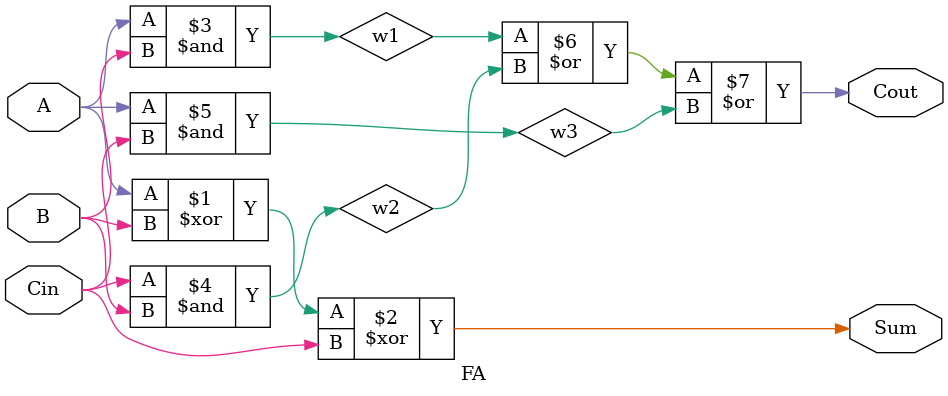
<source format=v>
module FA(A, B, Cin, Sum, Cout);
    input A, B, Cin;
    output Sum, Cout;
    wire w1, w2, w3;
    assign Sum = A ^ B ^ Cin;
    assign w1 = A & B;
    assign w2 = Cin & B;
    assign w3 = A & Cin;
    assign Cout = w1 | w2 | w3;
endmodule
</source>
